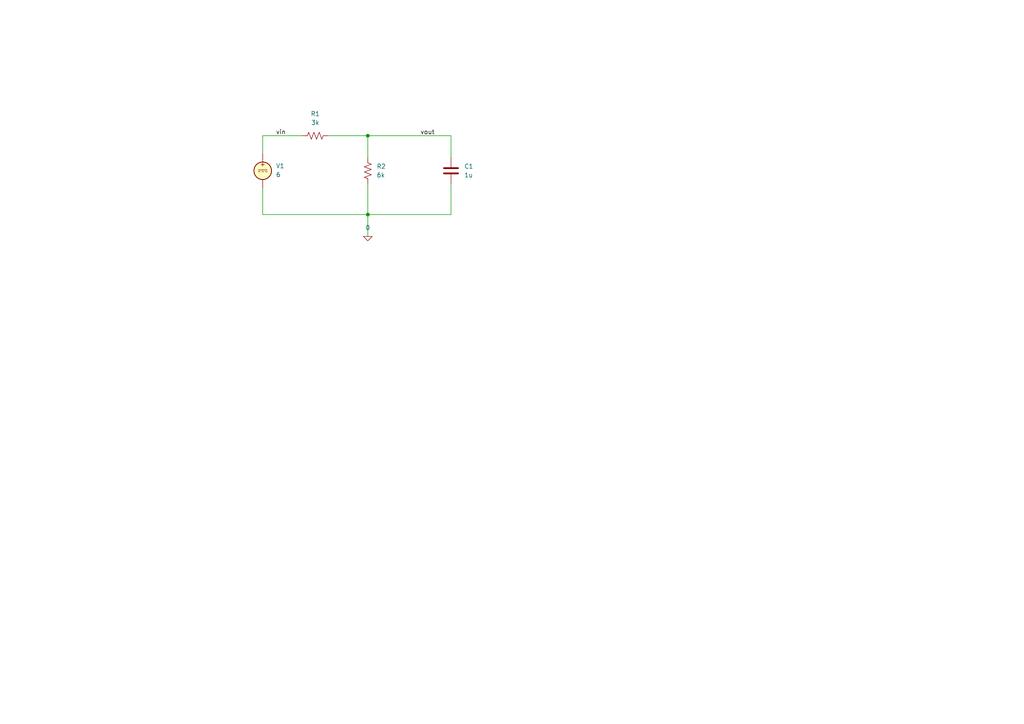
<source format=kicad_sch>
(kicad_sch (version 20250114) (generator "eeschema") (generator_version "9.0")
  (paper "A4")
  (lib_symbols
    (symbol "Device:C" (pin_numbers (hide yes)) (pin_names (offset 0.254))
      (property "Reference" "C" (at 0.635 2.54 0))
      (property "Value" "C" (at 0.635 -2.54 0))
      (symbol "C_0_1"
        (polyline (pts (xy -2.032 0.762) (xy 2.032 0.762)) (stroke (width 0.508)))
        (polyline (pts (xy -2.032 -0.762) (xy 2.032 -0.762)) (stroke (width 0.508)))
      )
      (symbol "C_1_1"
        (pin passive line (at 0 3.81 270) (length 2.794) (name "~") (number "1"))
        (pin passive line (at 0 -3.81 90) (length 2.794) (name "~") (number "2"))
      )
    )
    (symbol "Device:R_US" (pin_numbers (hide yes)) (pin_names (offset 0))
      (property "Reference" "R" (at 2.54 0 90))
      (property "Value" "R_US" (at -2.54 0 90))
      (symbol "R_US_0_1"
        (polyline (pts (xy 0 2.286) (xy 0 2.54)))
        (polyline (pts (xy 0 2.286) (xy 1.016 1.905) (xy 0 1.524) (xy -1.016 1.143) (xy 0 0.762)))
        (polyline (pts (xy 0 0.762) (xy 1.016 0.381) (xy 0 0) (xy -1.016 -0.381) (xy 0 -0.762)))
        (polyline (pts (xy 0 -0.762) (xy 1.016 -1.143) (xy 0 -1.524) (xy -1.016 -1.905) (xy 0 -2.286)))
        (polyline (pts (xy 0 -2.286) (xy 0 -2.54)))
      )
      (symbol "R_US_1_1"
        (pin passive line (at 0 3.81 270) (length 1.27) (name "~") (number "1"))
        (pin passive line (at 0 -3.81 90) (length 1.27) (name "~") (number "2"))
      )
    )
    (symbol "Simulation_SPICE:0" (power) (pin_numbers (hide yes)) (pin_names (offset 0) (hide yes))
      (property "Value" "0" (at 0 -2.54 0))
      (symbol "0_0_1"
        (polyline (pts (xy -1.27 0) (xy 0 -1.27) (xy 1.27 0) (xy -1.27 0)))
      )
      (symbol "0_1_1"
        (pin power_in line (at 0 0 0) (length 0) (name "~") (number "1"))
      )
    )
    (symbol "Simulation_SPICE:VDC" (pin_numbers (hide yes)) (pin_names (offset 0.0254))
      (property "Reference" "V" (at 2.54 2.54 0))
      (property "Value" "1" (at 2.54 0 0))
      (symbol "VDC_0_0"
        (polyline (pts (xy -1.27 0.254) (xy 1.27 0.254)))
        (polyline (pts (xy -0.762 -0.254) (xy -1.27 -0.254)))
        (polyline (pts (xy 0.254 -0.254) (xy -0.254 -0.254)))
        (polyline (pts (xy 1.27 -0.254) (xy 0.762 -0.254)))
        (text "+" (at 0 1.905 0) (effects (font (size 1.27 1.27))))
      )
      (symbol "VDC_0_1"
        (circle (center 0 0) (radius 2.54) (stroke (width 0.254)) (fill (type background)))
      )
      (symbol "VDC_1_1"
        (pin passive line (at 0 5.08 270) (length 2.54) (name "~") (number "1"))
        (pin passive line (at 0 -5.08 90) (length 2.54) (name "~") (number "2"))
      )
    )
  )
  (junction (at 106.68 39.37))
  (junction (at 106.68 62.23))
  (wire (pts (xy 106.68 39.37) (xy 130.81 39.37)))
  (wire (pts (xy 130.81 39.37) (xy 130.81 45.72)))
  (wire (pts (xy 95.25 39.37) (xy 106.68 39.37)))
  (wire (pts (xy 76.2 39.37) (xy 87.63 39.37)))
  (wire (pts (xy 130.81 62.23) (xy 106.68 62.23)))
  (wire (pts (xy 76.2 62.23) (xy 76.2 54.61)))
  (wire (pts (xy 106.68 62.23) (xy 106.68 68.58)))
  (wire (pts (xy 76.2 44.45) (xy 76.2 39.37)))
  (wire (pts (xy 106.68 53.34) (xy 106.68 62.23)))
  (wire (pts (xy 106.68 62.23) (xy 76.2 62.23)))
  (wire (pts (xy 130.81 53.34) (xy 130.81 62.23)))
  (wire (pts (xy 106.68 39.37) (xy 106.68 45.72)))
  (label "vout" (at 121.92 39.37 0))
  (label "vin" (at 80.01 39.37 0))
  (symbol (lib_id "Device:R_US") (at 91.44 39.37 270) (unit 1)
    (property "Reference" "R1" (at 91.44 33.02 90))
    (property "Value" "3k" (at 91.44 35.56 90))
    (property "Description" "Resistor, US symbol" (effects (hide yes)))
  )
  (symbol (lib_id "Device:C") (at 130.81 49.53 0) (unit 1)
    (property "Reference" "C1" (at 134.62 48.2599 0) (effects (justify left)))
    (property "Value" "1u" (at 134.62 50.7999 0) (effects (justify left)))
    (property "Description" "Unpolarized capacitor" (effects (hide yes)))
  )
  (symbol (lib_id "Device:R_US") (at 106.68 49.53 0) (unit 1)
    (property "Reference" "R2" (at 109.22 48.2599 0) (effects (justify left)))
    (property "Value" "6k" (at 109.22 50.7999 0) (effects (justify left)))
    (property "Description" "Resistor, US symbol" (effects (hide yes)))
  )
  (symbol (lib_id "Simulation_SPICE:0") (at 106.68 68.58 0) (unit 1)
    (property "Reference" "#GND01" (effects (hide yes)))
    (property "Value" "0" (at 106.68 66.04 0))
    (property "Datasheet" "https://ngspice.sourceforge.io/docs/ngspice-html-manual/manual.xhtml#subsec_Circuit_elements__device" (effects (hide yes)))
    (property "Description" "0V reference potential for simulation" (effects (hide yes)))
  )
  (symbol (lib_id "Simulation_SPICE:VDC") (at 76.2 49.53 0) (unit 1)
    (property "Reference" "V1" (at 80.01 48.1301 0) (effects (justify left)))
    (property "Value" "6" (at 80.01 50.6701 0) (effects (justify left)))
    (property "Datasheet" "https://ngspice.sourceforge.io/docs/ngspice-html-manual/manual.xhtml#sec_Independent_Sources_for" (effects (hide yes)))
    (property "Description" "Voltage source, DC" (effects (hide yes)))
    (property "Sim.Pins" "1=+ 2=-" (effects (hide yes)))
    (property "Sim.Type" "DC" (effects (hide yes)))
    (property "Sim.Device" "V" (effects (hide yes)))
  )
)
</source>
